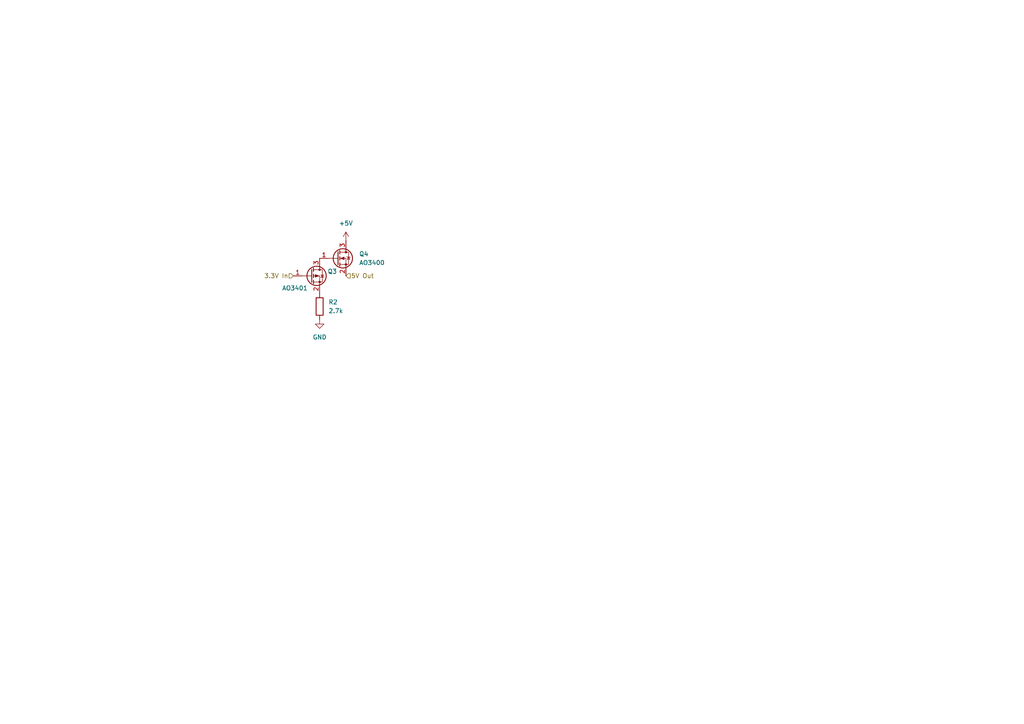
<source format=kicad_sch>
(kicad_sch (version 20231120) (generator "eeschema") (generator_version "8.0")
  (paper "A4")
  (lib_symbols
    (symbol "Device:R" (pin_numbers hide) (pin_names (offset 0))
      (property "Reference" "R" (at 2.032 0 90))
      (property "Value" "R" (at 0 0 90))
      (symbol "R_0_1"
        (rectangle (start -1.016 -2.54) (end 1.016 2.54) (stroke (width 0.254)))
      )
      (symbol "R_1_1"
        (pin passive line (at 0 3.81 270) (length 1.27) (name "~") (number "1"))
        (pin passive line (at 0 -3.81 90) (length 1.27) (name "~") (number "2"))
      )
    )
    (symbol "Transistor_FET:AO3400A" (pin_names hide)
      (property "Reference" "Q" (at 5.08 1.905 0))
      (property "Value" "AO3400A" (at 5.08 0 0))
      (symbol "AO3400A_0_1"
        (polyline (pts (xy 0.254 0) (xy -2.54 0)))
        (polyline (pts (xy 0.254 1.905) (xy 0.254 -1.905)) (stroke (width 0.254)))
        (polyline (pts (xy 0.762 -1.27) (xy 0.762 -2.286)) (stroke (width 0.254)))
        (polyline (pts (xy 0.762 0.508) (xy 0.762 -0.508)) (stroke (width 0.254)))
        (polyline (pts (xy 0.762 2.286) (xy 0.762 1.27)) (stroke (width 0.254)))
        (polyline (pts (xy 2.54 2.54) (xy 2.54 1.778)))
        (polyline (pts (xy 2.54 -2.54) (xy 2.54 0) (xy 0.762 0)))
        (polyline (pts (xy 0.762 -1.778) (xy 3.302 -1.778) (xy 3.302 1.778) (xy 0.762 1.778)))
        (polyline (pts (xy 1.016 0) (xy 2.032 0.381) (xy 2.032 -0.381) (xy 1.016 0)) (fill (type outline)))
        (polyline (pts (xy 2.794 0.508) (xy 2.921 0.381) (xy 3.683 0.381) (xy 3.81 0.254)))
        (polyline (pts (xy 3.302 0.381) (xy 2.921 -0.254) (xy 3.683 -0.254) (xy 3.302 0.381)))
        (circle (center 1.651 0) (radius 2.794) (stroke (width 0.254)))
        (circle (center 2.54 -1.778) (radius 0.254) (fill (type outline)))
        (circle (center 2.54 1.778) (radius 0.254) (fill (type outline)))
      )
      (symbol "AO3400A_1_1"
        (pin input line (at -5.08 0 0) (length 2.54) (name "G") (number "1"))
        (pin passive line (at 2.54 -5.08 90) (length 2.54) (name "S") (number "2"))
        (pin passive line (at 2.54 5.08 270) (length 2.54) (name "D") (number "3"))
      )
    )
    (symbol "Transistor_FET:AO3401A" (pin_names hide)
      (property "Reference" "Q" (at 5.08 1.905 0))
      (property "Value" "AO3401A" (at 5.08 0 0))
      (symbol "AO3401A_0_1"
        (polyline (pts (xy 0.254 0) (xy -2.54 0)))
        (polyline (pts (xy 0.254 1.905) (xy 0.254 -1.905)) (stroke (width 0.254)))
        (polyline (pts (xy 0.762 -1.27) (xy 0.762 -2.286)) (stroke (width 0.254)))
        (polyline (pts (xy 0.762 0.508) (xy 0.762 -0.508)) (stroke (width 0.254)))
        (polyline (pts (xy 0.762 2.286) (xy 0.762 1.27)) (stroke (width 0.254)))
        (polyline (pts (xy 2.54 2.54) (xy 2.54 1.778)))
        (polyline (pts (xy 2.54 -2.54) (xy 2.54 0) (xy 0.762 0)))
        (polyline (pts (xy 0.762 1.778) (xy 3.302 1.778) (xy 3.302 -1.778) (xy 0.762 -1.778)))
        (polyline (pts (xy 2.286 0) (xy 1.27 0.381) (xy 1.27 -0.381) (xy 2.286 0)) (fill (type outline)))
        (polyline (pts (xy 2.794 -0.508) (xy 2.921 -0.381) (xy 3.683 -0.381) (xy 3.81 -0.254)))
        (polyline (pts (xy 3.302 -0.381) (xy 2.921 0.254) (xy 3.683 0.254) (xy 3.302 -0.381)))
        (circle (center 1.651 0) (radius 2.794) (stroke (width 0.254)))
        (circle (center 2.54 -1.778) (radius 0.254) (fill (type outline)))
        (circle (center 2.54 1.778) (radius 0.254) (fill (type outline)))
      )
      (symbol "AO3401A_1_1"
        (pin input line (at -5.08 0 0) (length 2.54) (name "G") (number "1"))
        (pin passive line (at 2.54 -5.08 90) (length 2.54) (name "S") (number "2"))
        (pin passive line (at 2.54 5.08 270) (length 2.54) (name "D") (number "3"))
      )
    )
    (symbol "power:+5V" (power) (pin_numbers hide) (pin_names (offset 0) hide)
      (property "Value" "+5V" (at 0 3.556 0))
      (symbol "+5V_0_1"
        (polyline (pts (xy -0.762 1.27) (xy 0 2.54)))
        (polyline (pts (xy 0 0) (xy 0 2.54)))
        (polyline (pts (xy 0 2.54) (xy 0.762 1.27)))
      )
      (symbol "+5V_1_1"
        (pin power_in line (at 0 0 90) (length 0) (name "~") (number "1"))
      )
    )
    (symbol "power:GND" (power) (pin_numbers hide) (pin_names (offset 0) hide)
      (property "Value" "GND" (at 0 -3.81 0))
      (symbol "GND_0_1"
        (polyline (pts (xy 0 0) (xy 0 -1.27) (xy 1.27 -1.27) (xy 0 -2.54) (xy -1.27 -1.27) (xy 0 -1.27)))
      )
      (symbol "GND_1_1"
        (pin power_in line (at 0 0 270) (length 0) (name "~") (number "1"))
      )
    )
  )
  (hierarchical_label "5V Out" (shape input) (at 100.33 80.01 0))
  (hierarchical_label "3.3V In" (shape input) (at 85.09 80.01 180))
  (symbol (lib_id "power:GND") (at 92.71 92.71 0) (unit 1)
    (property "Reference" "#PWR013" (effects (hide yes)))
    (property "Value" "GND" (at 92.71 97.79 0))
    (property "Description" "Power symbol creates a global label with name \"GND\" , ground" (effects (hide yes)))
  )
  (symbol (lib_id "Transistor_FET:AO3401A") (at 90.17 80.01 0) (unit 1)
    (property "Reference" "Q3" (at 94.996 78.74 0) (effects (justify left)))
    (property "Value" "AO3401" (at 81.788 83.566 0) (effects (justify left)))
    (property "Footprint" "Package_TO_SOT_SMD:SOT-23" (effects (hide yes)))
    (property "Datasheet" "http://www.aosmd.com/pdfs/datasheet/AO3401A.pdf" (effects (hide yes)))
    (property "Description" "-4.0A Id, -30V Vds, P-Channel MOSFET, SOT-23" (effects (hide yes)))
  )
  (symbol (lib_id "Transistor_FET:AO3400A") (at 97.79 74.93 0) (unit 1)
    (property "Reference" "Q4" (at 104.14 73.6599 0) (effects (justify left)))
    (property "Value" "AO3400" (at 104.14 76.1999 0) (effects (justify left)))
    (property "Footprint" "Package_TO_SOT_SMD:SOT-23" (effects (hide yes)))
    (property "Datasheet" "http://www.aosmd.com/pdfs/datasheet/AO3400A.pdf" (effects (hide yes)))
    (property "Description" "30V Vds, 5.7A Id, N-Channel MOSFET, SOT-23" (effects (hide yes)))
  )
  (symbol (lib_id "power:+5V") (at 100.33 69.85 0) (unit 1)
    (property "Reference" "#PWR012" (effects (hide yes)))
    (property "Value" "+5V" (at 100.33 64.77 0))
    (property "Description" "Power symbol creates a global label with name \"+5V\"" (effects (hide yes)))
  )
  (symbol (lib_id "Device:R") (at 92.71 88.9 0) (unit 1)
    (property "Reference" "R2" (at 95.25 87.6299 0) (effects (justify left)))
    (property "Value" "2.7k" (at 95.25 90.1699 0) (effects (justify left)))
    (property "Footprint" "Resistor_SMD:R_0201_0603Metric_Pad0.64x0.40mm_HandSolder" (effects (hide yes)))
    (property "Description" "Resistor" (effects (hide yes)))
  )
)
</source>
